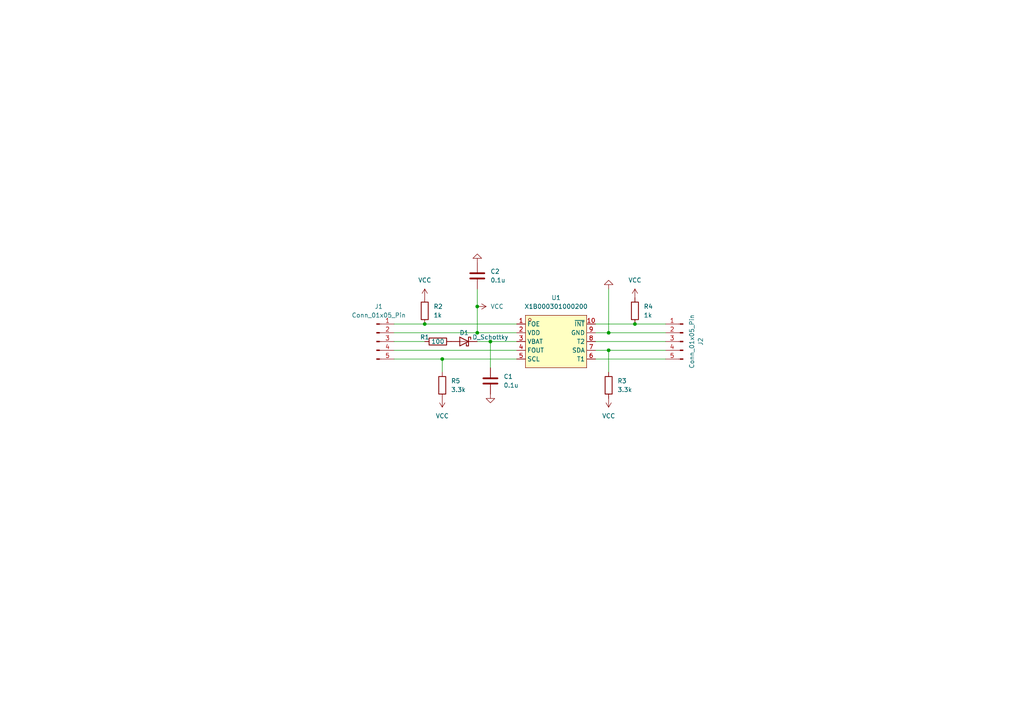
<source format=kicad_sch>
(kicad_sch (version 20230121) (generator eeschema)
  (paper "A4")
  (lib_symbols
    (symbol "Connector:Conn_01x05_Pin" (pin_names (offset 1.016) hide)
      (property "Reference" "J" (at 0 7.62 0))
      (property "Value" "Conn_01x05_Pin" (at 0 -7.62 0))
      (symbol "Conn_01x05_Pin_1_1"
        (polyline (pts (xy 1.27 -5.08) (xy 0.8636 -5.08)) (stroke (width 0.1524)))
        (polyline (pts (xy 1.27 -2.54) (xy 0.8636 -2.54)) (stroke (width 0.1524)))
        (polyline (pts (xy 1.27 0) (xy 0.8636 0)) (stroke (width 0.1524)))
        (polyline (pts (xy 1.27 2.54) (xy 0.8636 2.54)) (stroke (width 0.1524)))
        (polyline (pts (xy 1.27 5.08) (xy 0.8636 5.08)) (stroke (width 0.1524)))
        (rectangle (start 0.8636 -4.953) (end 0 -5.207) (stroke (width 0.1524)) (fill (type outline)))
        (rectangle (start 0.8636 -2.413) (end 0 -2.667) (stroke (width 0.1524)) (fill (type outline)))
        (rectangle (start 0.8636 0.127) (end 0 -0.127) (stroke (width 0.1524)) (fill (type outline)))
        (rectangle (start 0.8636 2.667) (end 0 2.413) (stroke (width 0.1524)) (fill (type outline)))
        (rectangle (start 0.8636 5.207) (end 0 4.953) (stroke (width 0.1524)) (fill (type outline)))
        (pin passive line (at 5.08 5.08 180) (length 3.81) (name "Pin_1") (number "1"))
        (pin passive line (at 5.08 2.54 180) (length 3.81) (name "Pin_2") (number "2"))
        (pin passive line (at 5.08 0 180) (length 3.81) (name "Pin_3") (number "3"))
        (pin passive line (at 5.08 -2.54 180) (length 3.81) (name "Pin_4") (number "4"))
        (pin passive line (at 5.08 -5.08 180) (length 3.81) (name "Pin_5") (number "5"))
      )
    )
    (symbol "Device:C" (pin_numbers hide) (pin_names (offset 0.254))
      (property "Reference" "C" (at 0.635 2.54 0))
      (property "Value" "C" (at 0.635 -2.54 0))
      (symbol "C_0_1"
        (polyline (pts (xy -2.032 -0.762) (xy 2.032 -0.762)) (stroke (width 0.508)))
        (polyline (pts (xy -2.032 0.762) (xy 2.032 0.762)) (stroke (width 0.508)))
      )
      (symbol "C_1_1"
        (pin passive line (at 0 3.81 270) (length 2.794) (name "~") (number "1"))
        (pin passive line (at 0 -3.81 90) (length 2.794) (name "~") (number "2"))
      )
    )
    (symbol "Device:D_Schottky" (pin_numbers hide) (pin_names (offset 1.016) hide)
      (property "Reference" "D" (at 0 2.54 0))
      (property "Value" "D_Schottky" (at 0 -2.54 0))
      (symbol "D_Schottky_0_1"
        (polyline (pts (xy 1.27 0) (xy -1.27 0)))
        (polyline (pts (xy 1.27 1.27) (xy 1.27 -1.27) (xy -1.27 0) (xy 1.27 1.27)) (stroke (width 0.254)))
        (polyline (pts (xy -1.905 0.635) (xy -1.905 1.27) (xy -1.27 1.27) (xy -1.27 -1.27) (xy -0.635 -1.27) (xy -0.635 -0.635)) (stroke (width 0.254)))
      )
      (symbol "D_Schottky_1_1"
        (pin passive line (at -3.81 0 0) (length 2.54) (name "K") (number "1"))
        (pin passive line (at 3.81 0 180) (length 2.54) (name "A") (number "2"))
      )
    )
    (symbol "Device:R" (pin_numbers hide) (pin_names (offset 0))
      (property "Reference" "R" (at 2.032 0 90))
      (property "Value" "R" (at 0 0 90))
      (symbol "R_0_1"
        (rectangle (start -1.016 -2.54) (end 1.016 2.54) (stroke (width 0.254)))
      )
      (symbol "R_1_1"
        (pin passive line (at 0 3.81 270) (length 1.27) (name "~") (number "1"))
        (pin passive line (at 0 -3.81 90) (length 1.27) (name "~") (number "2"))
      )
    )
    (symbol "PARTS:X1B000301000200"
      (property "Reference" "U" (at 0 10.16 0))
      (property "Value" "X1B000301000200" (at 0 -10.16 0))
      (symbol "X1B000301000200_0_1"
        (rectangle (start -8.89 7.62) (end 8.89 -7.62) (fill (type background)))
        (circle (center -7.62 6.35) (radius 0.38))
        (pin unspecified line (at -11.43 5.08 0) (length 2.54) (name "FOE") (number "1"))
        (pin unspecified line (at 11.43 5.08 180) (length 2.54) (name "~{INT}") (number "10"))
        (pin unspecified line (at -11.43 2.54 0) (length 2.54) (name "VDD") (number "2"))
        (pin unspecified line (at -11.43 0 0) (length 2.54) (name "VBAT") (number "3"))
        (pin unspecified line (at -11.43 -2.54 0) (length 2.54) (name "FOUT") (number "4"))
        (pin unspecified line (at -11.43 -5.08 0) (length 2.54) (name "SCL") (number "5"))
        (pin unspecified line (at 11.43 -5.08 180) (length 2.54) (name "T1") (number "6"))
        (pin unspecified line (at 11.43 -2.54 180) (length 2.54) (name "SDA") (number "7"))
        (pin unspecified line (at 11.43 0 180) (length 2.54) (name "T2") (number "8"))
        (pin unspecified line (at 11.43 2.54 180) (length 2.54) (name "GND") (number "9"))
      )
    )
    (symbol "power:GND" (power) (pin_names (offset 0))
      (property "Value" "GND" (at 0 -3.81 0))
      (symbol "GND_0_1"
        (polyline (pts (xy 0 0) (xy 0 -1.27) (xy 1.27 -1.27) (xy 0 -2.54) (xy -1.27 -1.27) (xy 0 -1.27)))
      )
      (symbol "GND_1_1"
        (pin power_in line (at 0 0 270) (length 0) hide (name "GND") (number "1"))
      )
    )
    (symbol "power:VCC" (power) (pin_names (offset 0))
      (property "Value" "VCC" (at 0 3.81 0))
      (symbol "VCC_0_1"
        (polyline (pts (xy -0.762 1.27) (xy 0 2.54)))
        (polyline (pts (xy 0 0) (xy 0 2.54)))
        (polyline (pts (xy 0 2.54) (xy 0.762 1.27)))
      )
      (symbol "VCC_1_1"
        (pin power_in line (at 0 0 90) (length 0) hide (name "VCC") (number "1"))
      )
    )
  )
  (junction (at 184.15 93.98))
  (junction (at 138.43 96.52))
  (junction (at 176.53 101.6))
  (junction (at 123.19 93.98))
  (junction (at 138.43 88.9))
  (junction (at 128.27 104.14))
  (junction (at 142.24 99.06))
  (junction (at 176.53 96.52))
  (wire (pts (xy 176.53 83.82) (xy 176.53 96.52)))
  (wire (pts (xy 176.53 96.52) (xy 193.04 96.52)))
  (wire (pts (xy 172.72 93.98) (xy 184.15 93.98)))
  (wire (pts (xy 142.24 99.06) (xy 142.24 106.68)))
  (wire (pts (xy 142.24 99.06) (xy 149.86 99.06)))
  (wire (pts (xy 172.72 104.14) (xy 193.04 104.14)))
  (wire (pts (xy 176.53 101.6) (xy 193.04 101.6)))
  (wire (pts (xy 138.43 83.82) (xy 138.43 88.9)))
  (wire (pts (xy 114.3 93.98) (xy 123.19 93.98)))
  (wire (pts (xy 138.43 88.9) (xy 138.43 96.52)))
  (wire (pts (xy 172.72 99.06) (xy 193.04 99.06)))
  (wire (pts (xy 114.3 101.6) (xy 149.86 101.6)))
  (wire (pts (xy 172.72 96.52) (xy 176.53 96.52)))
  (wire (pts (xy 114.3 96.52) (xy 138.43 96.52)))
  (wire (pts (xy 128.27 104.14) (xy 128.27 107.95)))
  (wire (pts (xy 138.43 96.52) (xy 149.86 96.52)))
  (wire (pts (xy 176.53 101.6) (xy 176.53 107.95)))
  (wire (pts (xy 138.43 99.06) (xy 142.24 99.06)))
  (wire (pts (xy 128.27 104.14) (xy 149.86 104.14)))
  (wire (pts (xy 114.3 99.06) (xy 123.19 99.06)))
  (wire (pts (xy 172.72 101.6) (xy 176.53 101.6)))
  (wire (pts (xy 114.3 104.14) (xy 128.27 104.14)))
  (wire (pts (xy 184.15 93.98) (xy 193.04 93.98)))
  (wire (pts (xy 123.19 93.98) (xy 149.86 93.98)))
  (symbol (lib_id "Device:R") (at 128.27 111.76 0) (unit 1)
    (property "Reference" "R5" (at 130.81 110.49 0) (effects (justify left)))
    (property "Value" "3.3k" (at 130.81 113.03 0) (effects (justify left)))
    (property "Footprint" "Resistor_SMD:R_0402_1005Metric" (effects hide))
    (property "LCSC Part" "C137992" (effects hide))
  )
  (symbol (lib_id "Device:R") (at 127 99.06 270) (mirror x) (unit 1)
    (property "Reference" "R1" (at 123.19 97.79 90))
    (property "Value" "100" (at 127 99.06 90))
    (property "Footprint" "Resistor_SMD:R_0402_1005Metric" (effects hide))
    (property "LCSC Part" "C279985" (effects hide))
  )
  (symbol (lib_id "power:VCC") (at 123.19 86.36 0) (unit 1)
    (property "Reference" "#PWR01" (effects hide))
    (property "Value" "VCC" (at 123.19 81.28 0))
  )
  (symbol (lib_id "power:VCC") (at 184.15 86.36 0) (unit 1)
    (property "Reference" "#PWR06" (effects hide))
    (property "Value" "VCC" (at 184.15 81.28 0))
  )
  (symbol (lib_id "Device:R") (at 184.15 90.17 0) (unit 1)
    (property "Reference" "R4" (at 186.69 88.9 0) (effects (justify left)))
    (property "Value" "1k" (at 186.69 91.44 0) (effects (justify left)))
    (property "Footprint" "Resistor_SMD:R_0402_1005Metric" (effects hide))
    (property "LCSC Part" "C11702" (effects hide))
  )
  (symbol (lib_id "power:VCC") (at 128.27 115.57 0) (mirror x) (unit 1)
    (property "Reference" "#PWR08" (effects hide))
    (property "Value" "VCC" (at 128.27 120.65 0))
  )
  (symbol (lib_id "power:GND") (at 176.53 83.82 0) (mirror x) (unit 1)
    (property "Reference" "#PWR04" (effects hide))
    (property "Value" "GND" (effects hide))
  )
  (symbol (lib_id "power:VCC") (at 176.53 115.57 0) (mirror x) (unit 1)
    (property "Reference" "#PWR07" (effects hide))
    (property "Value" "VCC" (at 176.53 120.65 0))
  )
  (symbol (lib_id "Device:D_Schottky") (at 134.62 99.06 0) (mirror y) (unit 1)
    (property "Reference" "D1" (at 134.62 96.52 0))
    (property "Value" "D_Schottky" (at 142.24 97.79 0))
    (property "Footprint" "Diode_SMD:D_SOD-523" (effects hide))
    (property "LCSC Part" "C145179" (effects hide))
  )
  (symbol (lib_id "Device:R") (at 123.19 90.17 0) (unit 1)
    (property "Reference" "R2" (at 125.73 88.9 0) (effects (justify left)))
    (property "Value" "1k" (at 125.73 91.44 0) (effects (justify left)))
    (property "Footprint" "Resistor_SMD:R_0402_1005Metric" (effects hide))
    (property "LCSC Part" "C11702" (effects hide))
  )
  (symbol (lib_id "Device:C") (at 138.43 80.01 0) (unit 1)
    (property "Reference" "C2" (at 142.24 78.74 0) (effects (justify left)))
    (property "Value" "0.1u" (at 142.24 81.28 0) (effects (justify left)))
    (property "Footprint" "Capacitor_SMD:C_0402_1005Metric" (effects hide))
    (property "LCSC Part" "C2655418" (effects hide))
  )
  (symbol (lib_id "power:GND") (at 142.24 114.3 0) (mirror y) (unit 1)
    (property "Reference" "#PWR03" (effects hide))
    (property "Value" "GND" (effects hide))
  )
  (symbol (lib_id "Device:C") (at 142.24 110.49 0) (unit 1)
    (property "Reference" "C1" (at 146.05 109.22 0) (effects (justify left)))
    (property "Value" "0.1u" (at 146.05 111.76 0) (effects (justify left)))
    (property "Footprint" "Capacitor_SMD:C_0402_1005Metric" (effects hide))
    (property "LCSC Part" "C2655418" (effects hide))
  )
  (symbol (lib_id "Connector:Conn_01x05_Pin") (at 198.12 99.06 0) (mirror y) (unit 1)
    (property "Reference" "J2" (at 203.2 99.06 90))
    (property "Value" "Conn_01x05_Pin" (at 200.66 99.06 90))
    (property "Footprint" "Connector_PinHeader_2.54mm:PinHeader_1x05_P2.54mm_Vertical" (effects hide))
  )
  (symbol (lib_id "PARTS:X1B000301000200") (at 161.29 99.06 0) (unit 1)
    (property "Reference" "U1" (at 161.29 86.36 0))
    (property "Value" "X1B000301000200" (at 161.29 88.9 0))
    (property "Footprint" "PARTS:OSC-SMD_10P-L3.2-W2.5-BL-1" (effects hide))
    (property "LCSC Part" "C7528386" (effects hide))
  )
  (symbol (lib_id "Device:R") (at 176.53 111.76 0) (unit 1)
    (property "Reference" "R3" (at 179.07 110.49 0) (effects (justify left)))
    (property "Value" "3.3k" (at 179.07 113.03 0) (effects (justify left)))
    (property "Footprint" "Resistor_SMD:R_0402_1005Metric" (effects hide))
    (property "LCSC Part" "C137992" (effects hide))
  )
  (symbol (lib_id "power:GND") (at 138.43 76.2 0) (mirror x) (unit 1)
    (property "Reference" "#PWR02" (effects hide))
    (property "Value" "GND" (effects hide))
  )
  (symbol (lib_id "power:VCC") (at 138.43 88.9 270) (unit 1)
    (property "Reference" "#PWR05" (effects hide))
    (property "Value" "VCC" (at 142.24 88.9 90) (effects (justify left)))
  )
  (symbol (lib_id "Connector:Conn_01x05_Pin") (at 109.22 99.06 0) (unit 1)
    (property "Reference" "J1" (at 109.855 88.9 0))
    (property "Value" "Conn_01x05_Pin" (at 109.855 91.44 0))
    (property "Footprint" "Connector_PinHeader_2.54mm:PinHeader_1x05_P2.54mm_Vertical" (effects hide))
  )
)
</source>
